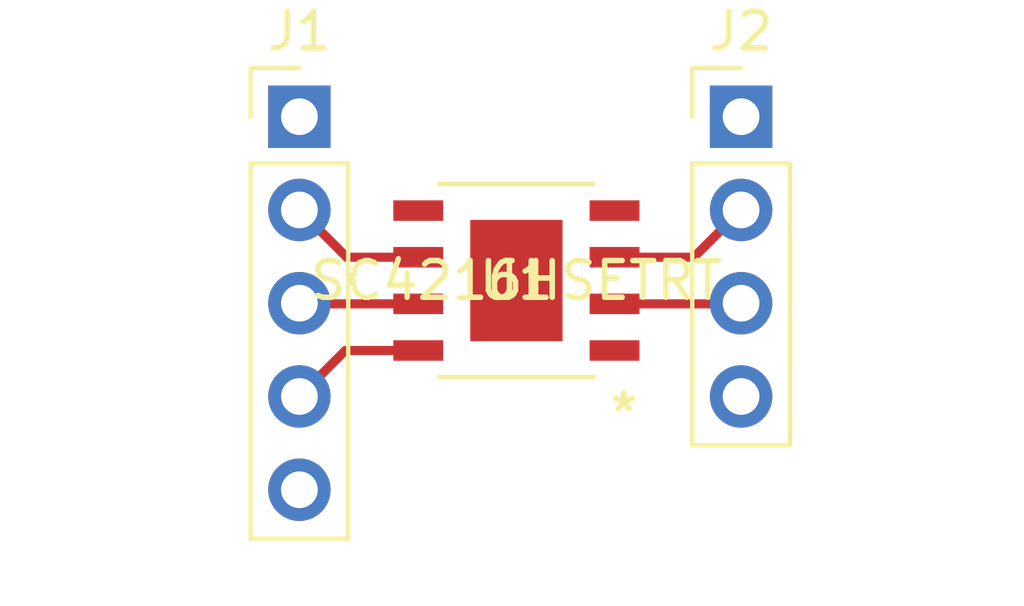
<source format=kicad_pcb>
(kicad_pcb (version 20211014) (generator pcbnew)
  (layers (0 "F.Cu" signal) (31 "B.Cu" signal) (34 "B.Paste" user) (35 "F.Paste" user) (36 "B.SilkS" user "B.Silkscreen") (37 "F.SilkS" user "F.Silkscreen") (38 "B.Mask" user) (39 "F.Mask" user) (44 "Edge.Cuts" user))
  (net 0 "")
  (net 1 "P9")
  (net 2 "P8")
  (net 3 "P7")
  (net 4 "P6")
  (net 5 "P5")
  (net 6 "P1")
  (net 7 "P2")
  (net 8 "P3")
  (net 9 "P4")
  (footprint "Connector_PinHeader_2.54mm:PinHeader_1x04_P2.54mm_Vertical" (layer "F.Cu") (at 145.64 81.12)
    (fp_text reference "J2" (at 0 -2.33) (layer "F.SilkS"))
    (fp_text value "Conn_01x04_Female")
    (fp_line (start -1.33 -1.33) (end 0 -1.33) (layer "F.SilkS") (width 0.12))
    (fp_line (start -1.33 8.95) (end 1.33 8.95) (layer "F.SilkS") (width 0.12))
    (fp_line (start -1.33 1.27) (end 1.33 1.27) (layer "F.SilkS") (width 0.12))
    (fp_line (start -1.33 0) (end -1.33 -1.33) (layer "F.SilkS") (width 0.12))
    (fp_line (start 1.33 1.27) (end 1.33 8.95) (layer "F.SilkS") (width 0.12))
    (fp_line (start -1.33 1.27) (end -1.33 8.95) (layer "F.SilkS") (width 0.12))
    (pad "1" thru_hole rect (at 0 0) (size 1.7 1.7) (drill 1) (layers *.Cu *.Mask) (net 6 "P1"))
    (pad "2" thru_hole oval (at 0 2.54) (size 1.7 1.7) (drill 1) (layers *.Cu *.Mask) (net 7 "P2"))
    (pad "3" thru_hole oval (at 0 5.08) (size 1.7 1.7) (drill 1) (layers *.Cu *.Mask) (net 8 "P3"))
    (pad "4" thru_hole oval (at 0 7.62) (size 1.7 1.7) (drill 1) (layers *.Cu *.Mask) (net 9 "P4"))
  )
  (footprint "qset-footprints:SC4216HSETRT" (layer "F.Cu") (at 139.519725 85.5825 180)
    (fp_text reference "U1" (at 0 0) (layer "F.SilkS"))
    (fp_text value "SC4216HSETRT" (at 0 0) (layer "F.SilkS"))
    (fp_text user "*" (at -2.92735 -3.6068) (layer "F.SilkS"))
    (fp_text user "*" (at -2.92735 -3.6068) (layer "F.SilkS"))
    (fp_line (start 2.1209 -2.6289) (end -2.1209 -2.6289) (layer "F.SilkS") (width 0.12))
    (fp_line (start -2.1209 2.6289) (end 2.1209 2.6289) (layer "F.SilkS") (width 0.12))
    (pad "1" smd rect locked (at -2.67335 -1.905 180) (size 1.3589 0.5588) (layers "F.Cu" "F.Paste" "F.Mask"))
    (pad "2" smd rect locked (at -2.67335 -0.635 180) (size 1.3589 0.5588) (layers "F.Cu" "F.Paste" "F.Mask") (net 8 "P3"))
    (pad "3" smd rect locked (at -2.67335 0.635 180) (size 1.3589 0.5588) (layers "F.Cu" "F.Paste" "F.Mask") (net 7 "P2"))
    (pad "4" smd rect locked (at -2.67335 1.905 180) (size 1.3589 0.5588) (layers "F.Cu" "F.Paste" "F.Mask"))
    (pad "5" smd rect locked (at 2.67335 1.905 180) (size 1.3589 0.5588) (layers "F.Cu" "F.Paste" "F.Mask"))
    (pad "6" smd rect locked (at 2.67335 0.635 180) (size 1.3589 0.5588) (layers "F.Cu" "F.Paste" "F.Mask") (net 2 "P8"))
    (pad "7" smd rect locked (at 2.67335 -0.635 180) (size 1.3589 0.5588) (layers "F.Cu" "F.Paste" "F.Mask") (net 3 "P7"))
    (pad "8" smd rect locked (at 2.67335 -1.905 180) (size 1.3589 0.5588) (layers "F.Cu" "F.Paste" "F.Mask") (net 4 "P6"))
    (pad "EPAD" smd rect locked (at 0 0 180) (size 2.5146 3.302) (layers "F.Cu" "F.Mask"))
  )
  (footprint "Connector_PinHeader_2.54mm:PinHeader_1x05_P2.54mm_Vertical" (layer "F.Cu") (at 133.61 81.12)
    (fp_text reference "J1" (at 0 -2.33) (layer "F.SilkS"))
    (fp_text value "Conn_01x05_Female")
    (fp_line (start -1.33 0) (end -1.33 -1.33) (layer "F.SilkS") (width 0.12))
    (fp_line (start -1.33 1.27) (end 1.33 1.27) (layer "F.SilkS") (width 0.12))
    (fp_line (start -1.33 11.49) (end 1.33 11.49) (layer "F.SilkS") (width 0.12))
    (fp_line (start 1.33 1.27) (end 1.33 11.49) (layer "F.SilkS") (width 0.12))
    (fp_line (start -1.33 1.27) (end -1.33 11.49) (layer "F.SilkS") (width 0.12))
    (fp_line (start -1.33 -1.33) (end 0 -1.33) (layer "F.SilkS") (width 0.12))
    (pad "1" thru_hole rect (at 0 0) (size 1.7 1.7) (drill 1) (layers *.Cu *.Mask) (net 1 "P9"))
    (pad "2" thru_hole oval (at 0 2.54) (size 1.7 1.7) (drill 1) (layers *.Cu *.Mask) (net 2 "P8"))
    (pad "3" thru_hole oval (at 0 5.08) (size 1.7 1.7) (drill 1) (layers *.Cu *.Mask) (net 3 "P7"))
    (pad "4" thru_hole oval (at 0 7.62) (size 1.7 1.7) (drill 1) (layers *.Cu *.Mask) (net 4 "P6"))
    (pad "5" thru_hole oval (at 0 10.16) (size 1.7 1.7) (drill 1) (layers *.Cu *.Mask) (net 5 "P5"))
  )
  (segment (start 134.8975 84.9475) (end 133.61 83.66) (width 0.25) (layer "F.Cu") (net 2))
  (segment (start 136.846375 84.9475) (end 134.8975 84.9475) (width 0.25) (layer "F.Cu") (net 2))
  (segment (start 133.6275 86.2175) (end 133.61 86.2) (width 0.25) (layer "F.Cu") (net 3))
  (segment (start 136.846375 86.2175) (end 133.6275 86.2175) (width 0.25) (layer "F.Cu") (net 3))
  (segment (start 134.8625 87.4875) (end 133.61 88.74) (width 0.25) (layer "F.Cu") (net 4))
  (segment (start 136.846375 87.4875) (end 134.8625 87.4875) (width 0.25) (layer "F.Cu") (net 4))
  (segment (start 142.193075 84.9475) (end 144.3525 84.9475) (width 0.25) (layer "F.Cu") (net 7))
  (segment (start 144.3525 84.9475) (end 145.64 83.66) (width 0.25) (layer "F.Cu") (net 7))
  (segment (start 145.6225 86.2175) (end 145.64 86.2) (width 0.25) (layer "F.Cu") (net 8))
  (segment (start 142.193075 86.2175) (end 145.6225 86.2175) (width 0.25) (layer "F.Cu") (net 8))
)
</source>
